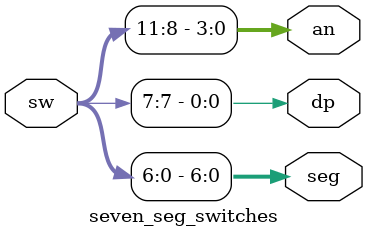
<source format=v>
`timescale 1ns / 1ps


module seven_seg_switches(
    input [15:0] sw,
    output [6:0] seg,
    output dp,
    output [3:0] an
    );
    
    assign seg = sw[6:0];
    assign dp = sw[7];
    assign an = sw[11:8];
    
endmodule

</source>
